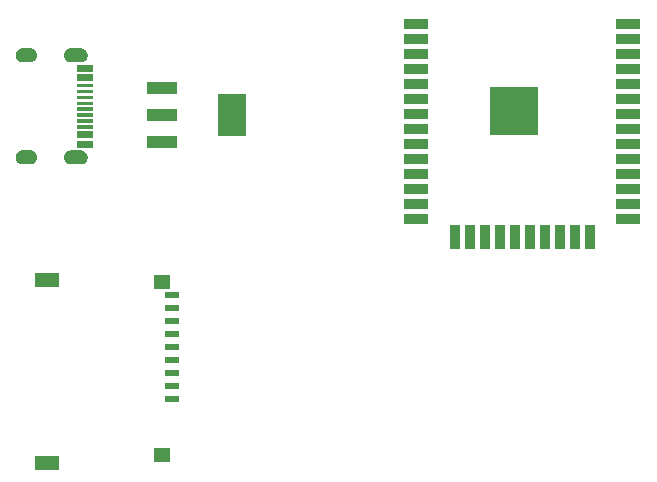
<source format=gtp>
G04 Layer: TopPasteMaskLayer*
G04 EasyEDA v6.5.22, 2022-12-04 20:31:14*
G04 182cb613c9664d73b7f9de34f776aa3b,1ae14fa7f5aa486887b2aa5280da83c0,10*
G04 Gerber Generator version 0.2*
G04 Scale: 100 percent, Rotated: No, Reflected: No *
G04 Dimensions in millimeters *
G04 leading zeros omitted , absolute positions ,4 integer and 5 decimal *
%FSLAX45Y45*%
%MOMM*%

%AMMACRO1*21,1,$1,$2,0,0,$3*%
%ADD10R,2.5000X1.1000*%
%ADD11MACRO1,3.6X2.34X90.0000*%
%ADD12R,2.0000X0.9000*%
%ADD13R,0.9000X2.0000*%
%ADD14MACRO1,2X0.9X-90.0000*%
%ADD15MACRO1,2X0.9X0.0000*%
%ADD16R,4.1000X4.1000*%
%ADD17R,1.3000X0.6000*%
%ADD18R,1.4000X1.2000*%
%ADD19R,2.0000X1.2000*%

%LPD*%
G36*
X1199388Y7660284D02*
G01*
X1199388Y7600289D01*
X1329385Y7600289D01*
X1329385Y7660284D01*
G37*
G36*
X1199388Y8040268D02*
G01*
X1199388Y8010296D01*
X1329385Y8010296D01*
X1329385Y8040268D01*
G37*
G36*
X1199388Y8300262D02*
G01*
X1199388Y8240268D01*
X1329385Y8240268D01*
X1329385Y8300262D01*
G37*
G36*
X1199388Y7940294D02*
G01*
X1199388Y7910271D01*
X1329385Y7910271D01*
X1329385Y7940294D01*
G37*
G36*
X1199388Y7790281D02*
G01*
X1199388Y7760258D01*
X1329385Y7760258D01*
X1329385Y7790281D01*
G37*
G36*
X1199388Y8090255D02*
G01*
X1199388Y8060283D01*
X1329385Y8060283D01*
X1329385Y8090255D01*
G37*
G36*
X1199388Y7840319D02*
G01*
X1199388Y7810296D01*
X1329385Y7810296D01*
X1329385Y7840319D01*
G37*
G36*
X1199388Y7890256D02*
G01*
X1199388Y7860284D01*
X1329385Y7860284D01*
X1329385Y7890256D01*
G37*
G36*
X1199388Y8140293D02*
G01*
X1199388Y8110270D01*
X1329385Y8110270D01*
X1329385Y8140293D01*
G37*
G36*
X1199388Y7990281D02*
G01*
X1199388Y7960258D01*
X1329385Y7960258D01*
X1329385Y7990281D01*
G37*
G36*
X1199388Y8220252D02*
G01*
X1199388Y8160258D01*
X1329385Y8160258D01*
X1329385Y8220252D01*
G37*
G36*
X1147572Y8442807D02*
G01*
X1141577Y8442502D01*
X1135684Y8441588D01*
X1129842Y8440115D01*
X1124254Y8438083D01*
X1118870Y8435492D01*
X1113739Y8432342D01*
X1108964Y8428736D01*
X1104595Y8424672D01*
X1100632Y8420201D01*
X1097127Y8415324D01*
X1094181Y8410143D01*
X1091692Y8404707D01*
X1089812Y8399018D01*
X1088440Y8393226D01*
X1087729Y8387283D01*
X1087577Y8381288D01*
X1088034Y8375345D01*
X1089050Y8369452D01*
X1090676Y8363661D01*
X1092860Y8358124D01*
X1095603Y8352790D01*
X1098854Y8347760D01*
X1102563Y8343087D01*
X1106728Y8338820D01*
X1111300Y8334959D01*
X1116279Y8331606D01*
X1121511Y8328710D01*
X1127048Y8326424D01*
X1132738Y8324646D01*
X1138631Y8323478D01*
X1144574Y8322868D01*
X1227531Y8322767D01*
X1233525Y8323072D01*
X1239418Y8323986D01*
X1245260Y8325459D01*
X1250848Y8327491D01*
X1256233Y8330082D01*
X1261364Y8333231D01*
X1266139Y8336838D01*
X1270508Y8340902D01*
X1274470Y8345373D01*
X1277975Y8350250D01*
X1280922Y8355431D01*
X1283411Y8360867D01*
X1285290Y8366556D01*
X1286662Y8372348D01*
X1287373Y8378291D01*
X1287526Y8384286D01*
X1287068Y8390229D01*
X1286052Y8396122D01*
X1284427Y8401913D01*
X1282242Y8407450D01*
X1279499Y8412784D01*
X1276248Y8417814D01*
X1272540Y8422487D01*
X1268374Y8426754D01*
X1263802Y8430615D01*
X1258824Y8433968D01*
X1253591Y8436864D01*
X1248054Y8439150D01*
X1242364Y8440928D01*
X1236472Y8442096D01*
X1230528Y8442706D01*
G37*
G36*
X1147572Y7577785D02*
G01*
X1141577Y7577480D01*
X1135684Y7576566D01*
X1129842Y7575092D01*
X1124254Y7573060D01*
X1118870Y7570470D01*
X1113739Y7567320D01*
X1108964Y7563713D01*
X1104595Y7559649D01*
X1100632Y7555179D01*
X1097127Y7550302D01*
X1094181Y7545120D01*
X1091692Y7539685D01*
X1089812Y7533995D01*
X1088440Y7528204D01*
X1087729Y7522260D01*
X1087577Y7516266D01*
X1088034Y7510322D01*
X1089050Y7504430D01*
X1090676Y7498638D01*
X1092860Y7493101D01*
X1095603Y7487767D01*
X1098854Y7482738D01*
X1102563Y7478064D01*
X1106728Y7473797D01*
X1111300Y7469936D01*
X1116279Y7466584D01*
X1121511Y7463688D01*
X1127048Y7461402D01*
X1132738Y7459624D01*
X1138631Y7458456D01*
X1144574Y7457846D01*
X1227531Y7457744D01*
X1233525Y7458049D01*
X1239418Y7458964D01*
X1245260Y7460437D01*
X1250848Y7462469D01*
X1256233Y7465059D01*
X1261364Y7468209D01*
X1266139Y7471816D01*
X1270508Y7475880D01*
X1274470Y7480350D01*
X1277975Y7485227D01*
X1280922Y7490409D01*
X1283411Y7495844D01*
X1285290Y7501534D01*
X1286662Y7507325D01*
X1287373Y7513269D01*
X1287526Y7519263D01*
X1287068Y7525207D01*
X1286052Y7531100D01*
X1284427Y7536891D01*
X1282242Y7542428D01*
X1279499Y7547762D01*
X1276248Y7552791D01*
X1272540Y7557465D01*
X1268374Y7561732D01*
X1263802Y7565593D01*
X1258824Y7568946D01*
X1253591Y7571841D01*
X1248054Y7574127D01*
X1242364Y7575905D01*
X1236472Y7577074D01*
X1230528Y7577683D01*
G37*
G36*
X737565Y8442807D02*
G01*
X731570Y8442502D01*
X725678Y8441588D01*
X719886Y8440115D01*
X714248Y8438083D01*
X708863Y8435492D01*
X703783Y8432342D01*
X699008Y8428736D01*
X694588Y8424672D01*
X690676Y8420201D01*
X687171Y8415324D01*
X684174Y8410143D01*
X681685Y8404707D01*
X679805Y8399018D01*
X678484Y8393226D01*
X677722Y8387283D01*
X677570Y8381288D01*
X678027Y8375345D01*
X679043Y8369452D01*
X680669Y8363661D01*
X682853Y8358124D01*
X685596Y8352790D01*
X688848Y8347760D01*
X692556Y8343087D01*
X696772Y8338820D01*
X701344Y8334959D01*
X706272Y8331606D01*
X711504Y8328710D01*
X717042Y8326424D01*
X722731Y8324646D01*
X728624Y8323478D01*
X734568Y8322868D01*
X797560Y8322767D01*
X803554Y8323072D01*
X809447Y8323986D01*
X815238Y8325459D01*
X820877Y8327491D01*
X826262Y8330082D01*
X831342Y8333231D01*
X836117Y8336838D01*
X840536Y8340902D01*
X844448Y8345373D01*
X847953Y8350250D01*
X850950Y8355431D01*
X853440Y8360867D01*
X855319Y8366556D01*
X856640Y8372348D01*
X857402Y8378291D01*
X857554Y8384286D01*
X857097Y8390229D01*
X856081Y8396122D01*
X854456Y8401913D01*
X852271Y8407450D01*
X849528Y8412784D01*
X846277Y8417814D01*
X842568Y8422487D01*
X838352Y8426754D01*
X833780Y8430615D01*
X828852Y8433968D01*
X823620Y8436864D01*
X818083Y8439150D01*
X812393Y8440928D01*
X806500Y8442096D01*
X800557Y8442706D01*
G37*
G36*
X737565Y7577785D02*
G01*
X731570Y7577480D01*
X725678Y7576566D01*
X719886Y7575092D01*
X714248Y7573060D01*
X708863Y7570470D01*
X703783Y7567320D01*
X699008Y7563713D01*
X694588Y7559649D01*
X690676Y7555179D01*
X687171Y7550302D01*
X684174Y7545120D01*
X681685Y7539685D01*
X679805Y7533995D01*
X678484Y7528204D01*
X677722Y7522260D01*
X677570Y7516266D01*
X678027Y7510322D01*
X679043Y7504430D01*
X680669Y7498638D01*
X682853Y7493101D01*
X685596Y7487767D01*
X688848Y7482738D01*
X692556Y7478064D01*
X696772Y7473797D01*
X701344Y7469936D01*
X706272Y7466584D01*
X711504Y7463688D01*
X717042Y7461402D01*
X722731Y7459624D01*
X728624Y7458456D01*
X734568Y7457846D01*
X797560Y7457744D01*
X803554Y7458049D01*
X809447Y7458964D01*
X815238Y7460437D01*
X820877Y7462469D01*
X826262Y7465059D01*
X831342Y7468209D01*
X836117Y7471816D01*
X840536Y7475880D01*
X844448Y7480350D01*
X847953Y7485227D01*
X850950Y7490409D01*
X853440Y7495844D01*
X855319Y7501534D01*
X856640Y7507325D01*
X857402Y7513269D01*
X857554Y7519263D01*
X857097Y7525207D01*
X856081Y7531100D01*
X854456Y7536891D01*
X852271Y7542428D01*
X849528Y7547762D01*
X846277Y7552791D01*
X842568Y7557465D01*
X838352Y7561732D01*
X833780Y7565593D01*
X828852Y7568946D01*
X823620Y7571841D01*
X818083Y7574127D01*
X812393Y7575905D01*
X806500Y7577074D01*
X800557Y7577683D01*
G37*
G36*
X1199388Y7740243D02*
G01*
X1199388Y7680248D01*
X1329385Y7680248D01*
X1329385Y7740243D01*
G37*
D10*
G01*
X1912818Y8103996D03*
G01*
X1912818Y7874000D03*
G01*
X1912818Y7644003D03*
D11*
G01*
X2506802Y7874000D03*
D12*
G01*
X4065777Y8647429D03*
G01*
X4065777Y8520429D03*
G01*
X4065777Y8393429D03*
G01*
X4065777Y8266429D03*
G01*
X4065777Y8139429D03*
G01*
X4065777Y8012429D03*
G01*
X4065777Y7885429D03*
G01*
X4065777Y7758429D03*
G01*
X4065777Y7631429D03*
G01*
X4065777Y7504429D03*
G01*
X4065777Y7377429D03*
G01*
X4065777Y7250429D03*
G01*
X4065777Y7123429D03*
G01*
X4065777Y6996429D03*
D13*
G01*
X4394276Y6846417D03*
G01*
X4521276Y6846417D03*
G01*
X4648276Y6846417D03*
G01*
X4775276Y6846417D03*
G01*
X4902276Y6846417D03*
D14*
G01*
X5029278Y6846412D03*
G01*
X5156278Y6846412D03*
G01*
X5283278Y6846412D03*
G01*
X5410278Y6846412D03*
G01*
X5537278Y6846412D03*
D15*
G01*
X5865784Y6996424D03*
G01*
X5865784Y7123424D03*
G01*
X5865784Y7250424D03*
G01*
X5865784Y7377424D03*
G01*
X5865784Y7504424D03*
G01*
X5865784Y7631424D03*
G01*
X5865784Y7758424D03*
G01*
X5865784Y7885424D03*
G01*
X5865784Y8012424D03*
G01*
X5865784Y8139424D03*
G01*
X5865784Y8266424D03*
G01*
X5865784Y8393424D03*
G01*
X5865784Y8520424D03*
G01*
X5865784Y8647424D03*
D16*
G01*
X4897780Y7913395D03*
D17*
G01*
X2000806Y5472229D03*
G01*
X2000806Y5582236D03*
G01*
X2000806Y5692244D03*
G01*
X2000806Y5802251D03*
G01*
X2000806Y5912233D03*
G01*
X2000806Y6022240D03*
G01*
X2000806Y6132248D03*
G01*
X2000806Y6242230D03*
G01*
X2000806Y6352237D03*
D18*
G01*
X1915767Y6462245D03*
G01*
X1915767Y4994226D03*
D19*
G01*
X945588Y4926307D03*
G01*
X945588Y6478297D03*
M02*

</source>
